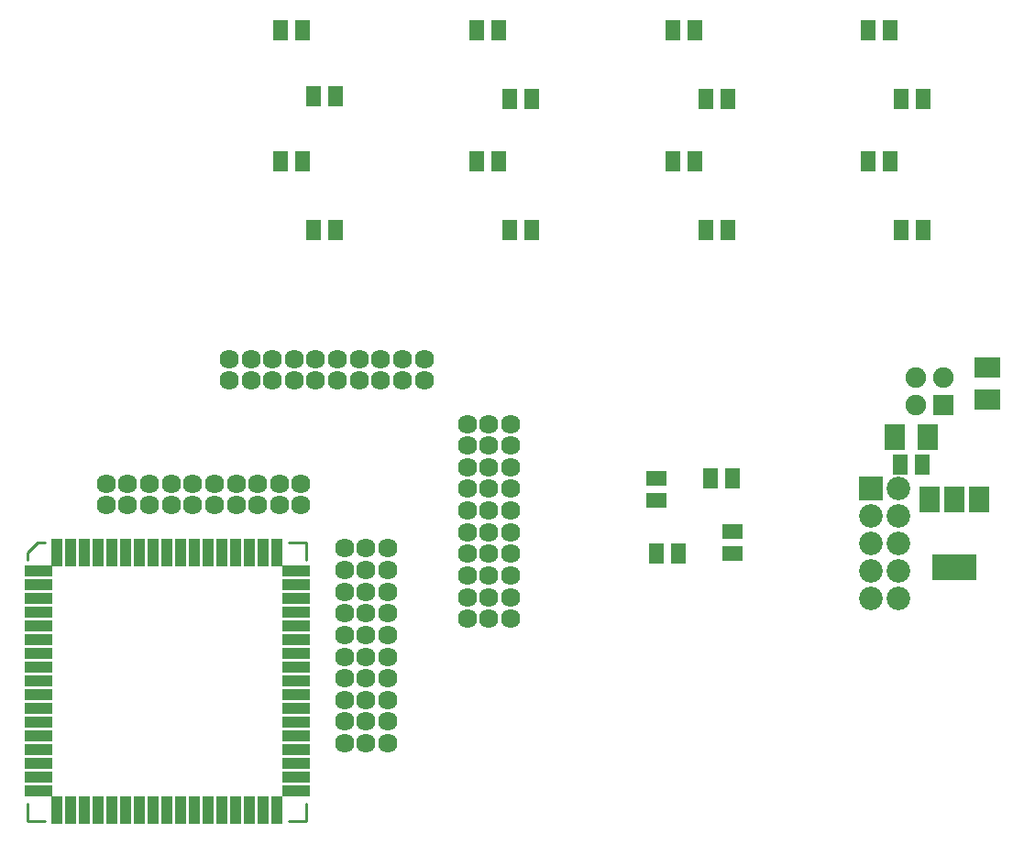
<source format=gbs>
G04*
G04  File:            A600_8MB_2008.GBS, Sun Feb 10 20:54:04 2019*
G04  Source:          P-CAD 2006 PCB, Version 19.02.958, (Z:\home\lvd\d\boards\boards\a600_8mb_2008\release\pcad2006\a600_8mb_2008.pcb)*
G04  Format:          Gerber Format (RS-274-D), ASCII*
G04*
G04  Format Options:  Absolute Positioning*
G04                   Leading-Zero Suppression*
G04                   Scale Factor 1:1*
G04                   NO Circular Interpolation*
G04                   Millimeter Units*
G04                   Numeric Format: 4.4 (XXXX.XXXX)*
G04                   G54 NOT Used for Aperture Change*
G04                   Apertures Embedded*
G04*
G04  File Options:    Offset = (0.000mm,0.000mm)*
G04                   Drill Symbol Size = 2.032mm*
G04                   No Pad/Via Holes*
G04*
G04  File Contents:   Pads*
G04                   No Vias*
G04                   No Designators*
G04                   No Types*
G04                   No Values*
G04                   No Drill Symbols*
G04                   Bot Mask*
G04*
%INA600_8MB_2008.GBS*%
%ICAS*%
%MOMM*%
G04*
G04  Aperture MACROs for general use --- invoked via D-code assignment *
G04*
G04  General MACRO for flashed round with rotation and/or offset hole *
%AMROTOFFROUND*
1,1,$1,0.0000,0.0000*
1,0,$2,$3,$4*%
G04*
G04  General MACRO for flashed oval (obround) with rotation and/or offset hole *
%AMROTOFFOVAL*
21,1,$1,$2,0.0000,0.0000,$3*
1,1,$4,$5,$6*
1,1,$4,0-$5,0-$6*
1,0,$7,$8,$9*%
G04*
G04  General MACRO for flashed oval (obround) with rotation and no hole *
%AMROTOVALNOHOLE*
21,1,$1,$2,0.0000,0.0000,$3*
1,1,$4,$5,$6*
1,1,$4,0-$5,0-$6*%
G04*
G04  General MACRO for flashed rectangle with rotation and/or offset hole *
%AMROTOFFRECT*
21,1,$1,$2,0.0000,0.0000,$3*
1,0,$4,$5,$6*%
G04*
G04  General MACRO for flashed rectangle with rotation and no hole *
%AMROTRECTNOHOLE*
21,1,$1,$2,0.0000,0.0000,$3*%
G04*
G04  General MACRO for flashed rounded-rectangle *
%AMROUNDRECT*
21,1,$1,$2-$4,0.0000,0.0000,$3*
21,1,$1-$4,$2,0.0000,0.0000,$3*
1,1,$4,$5,$6*
1,1,$4,$7,$8*
1,1,$4,0-$5,0-$6*
1,1,$4,0-$7,0-$8*
1,0,$9,$10,$11*%
G04*
G04  General MACRO for flashed rounded-rectangle with rotation and no hole *
%AMROUNDRECTNOHOLE*
21,1,$1,$2-$4,0.0000,0.0000,$3*
21,1,$1-$4,$2,0.0000,0.0000,$3*
1,1,$4,$5,$6*
1,1,$4,$7,$8*
1,1,$4,0-$5,0-$6*
1,1,$4,0-$7,0-$8*%
G04*
G04  General MACRO for flashed regular polygon *
%AMREGPOLY*
5,1,$1,0.0000,0.0000,$2,$3+$4*
1,0,$5,$6,$7*%
G04*
G04  General MACRO for flashed regular polygon with no hole *
%AMREGPOLYNOHOLE*
5,1,$1,0.0000,0.0000,$2,$3+$4*%
G04*
G04  General MACRO for target *
%AMTARGET*
6,0,0,$1,$2,$3,4,$4,$5,$6*%
G04*
G04  General MACRO for mounting hole *
%AMMTHOLE*
1,1,$1,0,0*
1,0,$2,0,0*
$1=$1-$2*
$1=$1/2*
21,1,$2+$1,$3,0,0,$4*
21,1,$3,$2+$1,0,0,$4*%
G04*
G04*
G04  D10 : "Ellipse X0.254mm Y0.254mm H0.000mm 0.0deg (0.000mm,0.000mm) Draw"*
G04  Disc: OuterDia=0.2540*
%ADD10C, 0.2540*%
G04  D11 : "Ellipse X2.540mm Y2.540mm H0.000mm 0.0deg (0.000mm,0.000mm) Draw"*
G04  Disc: OuterDia=2.5400*
%ADD11C, 2.5400*%
G04  D12 : "Ellipse X0.305mm Y0.305mm H0.000mm 0.0deg (0.000mm,0.000mm) Draw"*
G04  Disc: OuterDia=0.3048*
%ADD12C, 0.3048*%
G04  D13 : "Ellipse X0.500mm Y0.500mm H0.000mm 0.0deg (0.000mm,0.000mm) Draw"*
G04  Disc: OuterDia=0.5000*
%ADD13C, 0.5000*%
G04  D14 : "Ellipse X0.508mm Y0.508mm H0.000mm 0.0deg (0.000mm,0.000mm) Draw"*
G04  Disc: OuterDia=0.5080*
%ADD14C, 0.5080*%
G04  D15 : "Ellipse X0.600mm Y0.600mm H0.000mm 0.0deg (0.000mm,0.000mm) Draw"*
G04  Disc: OuterDia=0.6000*
%ADD15C, 0.6000*%
G04  D16 : "Ellipse X0.635mm Y0.635mm H0.000mm 0.0deg (0.000mm,0.000mm) Draw"*
G04  Disc: OuterDia=0.6350*
%ADD16C, 0.6350*%
G04  D17 : "Ellipse X0.650mm Y0.650mm H0.000mm 0.0deg (0.000mm,0.000mm) Draw"*
G04  Disc: OuterDia=0.6500*
%ADD17C, 0.6500*%
G04  D18 : "Ellipse X0.100mm Y0.100mm H0.000mm 0.0deg (0.000mm,0.000mm) Draw"*
G04  Disc: OuterDia=0.1000*
%ADD18C, 0.1000*%
G04  D19 : "Ellipse X1.000mm Y1.000mm H0.000mm 0.0deg (0.000mm,0.000mm) Draw"*
G04  Disc: OuterDia=1.0000*
%ADD19C, 1.0000*%
G04  D20 : "Ellipse X0.102mm Y0.102mm H0.000mm 0.0deg (0.000mm,0.000mm) Draw"*
G04  Disc: OuterDia=0.1016*
%ADD20C, 0.1016*%
G04  D21 : "Ellipse X0.127mm Y0.127mm H0.000mm 0.0deg (0.000mm,0.000mm) Draw"*
G04  Disc: OuterDia=0.1270*
%ADD21C, 0.1270*%
G04  D22 : "Ellipse X0.150mm Y0.150mm H0.000mm 0.0deg (0.000mm,0.000mm) Draw"*
G04  Disc: OuterDia=0.1500*
%ADD22C, 0.1500*%
G04  D23 : "Ellipse X1.270mm Y1.270mm H0.000mm 0.0deg (0.000mm,0.000mm) Draw"*
G04  Disc: OuterDia=1.2700*
%ADD23C, 1.2700*%
G04  D24 : "Ellipse X1.500mm Y1.500mm H0.000mm 0.0deg (0.000mm,0.000mm) Draw"*
G04  Disc: OuterDia=1.5000*
%ADD24C, 1.5000*%
G04  D25 : "Ellipse X0.200mm Y0.200mm H0.000mm 0.0deg (0.000mm,0.000mm) Draw"*
G04  Disc: OuterDia=0.2000*
%ADD25C, 0.2000*%
G04  D26 : "Ellipse X0.250mm Y0.250mm H0.000mm 0.0deg (0.000mm,0.000mm) Draw"*
G04  Disc: OuterDia=0.2500*
%ADD26C, 0.2500*%
G04  D27 : "Ellipse X0.250mm Y0.250mm H0.000mm 0.0deg (0.000mm,0.000mm) Draw"*
G04  Disc: OuterDia=0.2500*
%ADD27C, 0.2500*%
G04  D28 : "Ellipse X2.300mm Y2.300mm H0.000mm 0.0deg (0.000mm,0.000mm) Draw"*
G04  Disc: OuterDia=2.3000*
%ADD28C, 2.3000*%
G04  D29 : "Ellipse X1.400mm Y1.400mm H0.000mm 0.0deg (0.000mm,0.000mm) Flash"*
G04  Disc: OuterDia=1.4000*
%ADD29C, 1.4000*%
G04  D30 : "Ellipse X1.524mm Y1.524mm H0.000mm 0.0deg (0.000mm,0.000mm) Flash"*
G04  Disc: OuterDia=1.5240*
%ADD30C, 1.5240*%
G04  D31 : "Ellipse X1.781mm Y1.781mm H0.000mm 0.0deg (0.000mm,0.000mm) Flash"*
G04  Disc: OuterDia=1.7810*
%ADD31C, 1.7810*%
G04  D32 : "Ellipse X1.800mm Y1.800mm H0.000mm 0.0deg (0.000mm,0.000mm) Flash"*
G04  Disc: OuterDia=1.8000*
%ADD32C, 1.8000*%
G04  D33 : "Ellipse X1.905mm Y1.905mm H0.000mm 0.0deg (0.000mm,0.000mm) Flash"*
G04  Disc: OuterDia=1.9050*
%ADD33C, 1.9050*%
G04  D34 : "Ellipse X2.181mm Y2.181mm H0.000mm 0.0deg (0.000mm,0.000mm) Flash"*
G04  Disc: OuterDia=2.1810*
%ADD34C, 2.1810*%
G04  D35 : "Rectangle X2.581mm Y1.031mm H0.000mm 0.0deg (0.000mm,0.000mm) Flash"*
G04  Rectangular: DimX=2.5810, DimY=1.0310, Rotation=0.0, OffsetX=0.0000, OffsetY=0.0000, HoleDia=0.0000 *
%ADD35R, 2.5810 X1.0310*%
G04  D36 : "Rectangle X1.031mm Y2.581mm H0.000mm 0.0deg (0.000mm,0.000mm) Flash"*
G04  Rectangular: DimX=1.0310, DimY=2.5810, Rotation=0.0, OffsetX=0.0000, OffsetY=0.0000, HoleDia=0.0000 *
%ADD36R, 1.0310 X2.5810*%
G04  D37 : "Rectangle X3.800mm Y2.000mm H0.000mm 0.0deg (0.000mm,0.000mm) Flash"*
G04  Rectangular: DimX=3.8000, DimY=2.0000, Rotation=0.0, OffsetX=0.0000, OffsetY=0.0000, HoleDia=0.0000 *
%ADD37R, 3.8000 X2.0000*%
G04  D38 : "Rectangle X4.181mm Y2.381mm H0.000mm 0.0deg (0.000mm,0.000mm) Flash"*
G04  Rectangular: DimX=4.1810, DimY=2.3810, Rotation=0.0, OffsetX=0.0000, OffsetY=0.0000, HoleDia=0.0000 *
%ADD38R, 4.1810 X2.3810*%
G04  D39 : "Rectangle X1.016mm Y1.524mm H0.000mm 0.0deg (0.000mm,0.000mm) Flash"*
G04  Rectangular: DimX=1.0160, DimY=1.5240, Rotation=0.0, OffsetX=0.0000, OffsetY=0.0000, HoleDia=0.0000 *
%ADD39R, 1.0160 X1.5240*%
G04  D40 : "Rectangle X1.524mm Y1.016mm H0.000mm 0.0deg (0.000mm,0.000mm) Flash"*
G04  Rectangular: DimX=1.5240, DimY=1.0160, Rotation=0.0, OffsetX=0.0000, OffsetY=0.0000, HoleDia=0.0000 *
%ADD40R, 1.5240 X1.0160*%
G04  D41 : "Rectangle X1.397mm Y1.905mm H0.000mm 0.0deg (0.000mm,0.000mm) Flash"*
G04  Rectangular: DimX=1.3970, DimY=1.9050, Rotation=0.0, OffsetX=0.0000, OffsetY=0.0000, HoleDia=0.0000 *
%ADD41R, 1.3970 X1.9050*%
G04  D42 : "Rectangle X1.905mm Y1.397mm H0.000mm 0.0deg (0.000mm,0.000mm) Flash"*
G04  Rectangular: DimX=1.9050, DimY=1.3970, Rotation=0.0, OffsetX=0.0000, OffsetY=0.0000, HoleDia=0.0000 *
%ADD42R, 1.9050 X1.3970*%
G04  D43 : "Rectangle X1.500mm Y2.000mm H0.000mm 0.0deg (0.000mm,0.000mm) Flash"*
G04  Rectangular: DimX=1.5000, DimY=2.0000, Rotation=0.0, OffsetX=0.0000, OffsetY=0.0000, HoleDia=0.0000 *
%ADD43R, 1.5000 X2.0000*%
G04  D44 : "Rectangle X2.000mm Y1.500mm H0.000mm 0.0deg (0.000mm,0.000mm) Flash"*
G04  Rectangular: DimX=2.0000, DimY=1.5000, Rotation=0.0, OffsetX=0.0000, OffsetY=0.0000, HoleDia=0.0000 *
%ADD44R, 2.0000 X1.5000*%
G04  D45 : "Rectangle X1.524mm Y1.524mm H0.000mm 0.0deg (0.000mm,0.000mm) Flash"*
G04  Square: Side=1.5240, Rotation=0.0, OffsetX=0.0000, OffsetY=0.0000, HoleDia=0.0000*
%ADD45R, 1.5240 X1.5240*%
G04  D46 : "Rectangle X1.800mm Y1.800mm H0.000mm 0.0deg (0.000mm,0.000mm) Flash"*
G04  Square: Side=1.8000, Rotation=0.0, OffsetX=0.0000, OffsetY=0.0000, HoleDia=0.0000*
%ADD46R, 1.8000 X1.8000*%
G04  D47 : "Rectangle X1.881mm Y2.381mm H0.000mm 0.0deg (0.000mm,0.000mm) Flash"*
G04  Rectangular: DimX=1.8810, DimY=2.3810, Rotation=0.0, OffsetX=0.0000, OffsetY=0.0000, HoleDia=0.0000 *
%ADD47R, 1.8810 X2.3810*%
G04  D48 : "Rectangle X2.381mm Y1.881mm H0.000mm 0.0deg (0.000mm,0.000mm) Flash"*
G04  Rectangular: DimX=2.3810, DimY=1.8810, Rotation=0.0, OffsetX=0.0000, OffsetY=0.0000, HoleDia=0.0000 *
%ADD48R, 2.3810 X1.8810*%
G04  D49 : "Rectangle X1.905mm Y1.905mm H0.000mm 0.0deg (0.000mm,0.000mm) Flash"*
G04  Square: Side=1.9050, Rotation=0.0, OffsetX=0.0000, OffsetY=0.0000, HoleDia=0.0000*
%ADD49R, 1.9050 X1.9050*%
G04  D50 : "Rectangle X2.000mm Y0.300mm H0.000mm 0.0deg (0.000mm,0.000mm) Flash"*
G04  Rectangular: DimX=2.0000, DimY=0.3000, Rotation=0.0, OffsetX=0.0000, OffsetY=0.0000, HoleDia=0.0000 *
%ADD50R, 2.0000 X0.3000*%
G04  D51 : "Rectangle X0.300mm Y2.000mm H0.000mm 0.0deg (0.000mm,0.000mm) Flash"*
G04  Rectangular: DimX=0.3000, DimY=2.0000, Rotation=0.0, OffsetX=0.0000, OffsetY=0.0000, HoleDia=0.0000 *
%ADD51R, 0.3000 X2.0000*%
G04  D52 : "Rectangle X2.032mm Y0.660mm H0.000mm 0.0deg (0.000mm,0.000mm) Flash"*
G04  Rectangular: DimX=2.0320, DimY=0.6604, Rotation=0.0, OffsetX=0.0000, OffsetY=0.0000, HoleDia=0.0000 *
%ADD52R, 2.0320 X0.6604*%
G04  D53 : "Rectangle X2.181mm Y2.181mm H0.000mm 0.0deg (0.000mm,0.000mm) Flash"*
G04  Square: Side=2.1810, Rotation=0.0, OffsetX=0.0000, OffsetY=0.0000, HoleDia=0.0000*
%ADD53R, 2.1810 X2.1810*%
G04  D54 : "Rectangle X2.200mm Y0.650mm H0.000mm 0.0deg (0.000mm,0.000mm) Flash"*
G04  Rectangular: DimX=2.2000, DimY=0.6500, Rotation=0.0, OffsetX=0.0000, OffsetY=0.0000, HoleDia=0.0000 *
%ADD54R, 2.2000 X0.6500*%
G04  D55 : "Rectangle X0.650mm Y2.200mm H0.000mm 0.0deg (0.000mm,0.000mm) Flash"*
G04  Rectangular: DimX=0.6500, DimY=2.2000, Rotation=0.0, OffsetX=0.0000, OffsetY=0.0000, HoleDia=0.0000 *
%ADD55R, 0.6500 X2.2000*%
G04  D56 : "Rectangle X2.381mm Y0.681mm H0.000mm 0.0deg (0.000mm,0.000mm) Flash"*
G04  Rectangular: DimX=2.3810, DimY=0.6810, Rotation=0.0, OffsetX=0.0000, OffsetY=0.0000, HoleDia=0.0000 *
%ADD56R, 2.3810 X0.6810*%
G04  D57 : "Rectangle X0.681mm Y2.381mm H0.000mm 0.0deg (0.000mm,0.000mm) Flash"*
G04  Rectangular: DimX=0.6810, DimY=2.3810, Rotation=0.0, OffsetX=0.0000, OffsetY=0.0000, HoleDia=0.0000 *
%ADD57R, 0.6810 X2.3810*%
G04  D58 : "Rectangle X2.413mm Y1.041mm H0.000mm 0.0deg (0.000mm,0.000mm) Flash"*
G04  Rectangular: DimX=2.4130, DimY=1.0414, Rotation=0.0, OffsetX=0.0000, OffsetY=0.0000, HoleDia=0.0000 *
%ADD58R, 2.4130 X1.0414*%
G04  D59 : "Ellipse X1.000mm Y1.000mm H0.000mm 0.0deg (0.000mm,0.000mm) Flash"*
G04  Disc: OuterDia=1.0000*
%ADD59C, 1.0000*%
G04  D60 : "Ellipse X1.381mm Y1.381mm H0.000mm 0.0deg (0.000mm,0.000mm) Flash"*
G04  Disc: OuterDia=1.3810*
%ADD60C, 1.3810*%
G04*
%FSLAX44Y44*%
%SFA1B1*%
%OFA0.000B0.000*%
G04*
G71*
G90*
G01*
D2*
%LNBot Mask*%
%LPD*%
D10*
X483950Y419150*
Y403275D1*
X499825*
X483950Y644575D2*
Y650925D1*
X493475Y660450*
X499825*
X725250Y403275D2*
X741125D1*
Y419150*
X725250Y660450D2*
X741125D1*
Y644575*
D2*
D41*
X949325Y949325D3*
X929005D3*
X717550Y1133475D3*
X737870D3*
X717550Y1012825D3*
X737870D3*
X949325Y1069975D3*
X929005D3*
X1079500Y1133475D3*
X1099820D3*
X1079500Y1012825D3*
X1099820D3*
X1260475Y1133475D3*
X1280795D3*
X1260475Y1012825D3*
X1280795D3*
D31*
X796500Y655000D3*
Y635000D3*
Y615000D3*
Y575000D3*
Y555000D3*
Y535000D3*
Y495000D3*
Y475000D3*
Y595000D3*
Y515000D3*
X776500Y655000D3*
Y635000D3*
Y615000D3*
Y575000D3*
Y555000D3*
Y535000D3*
Y495000D3*
Y475000D3*
Y595000D3*
Y515000D3*
X816500Y655000D3*
Y635000D3*
Y615000D3*
Y575000D3*
Y555000D3*
Y535000D3*
Y495000D3*
Y475000D3*
Y595000D3*
Y515000D3*
X890000Y770000D3*
Y750000D3*
Y730000D3*
Y690000D3*
Y670000D3*
Y650000D3*
Y610000D3*
Y590000D3*
Y710000D3*
Y630000D3*
X930000Y770000D3*
Y750000D3*
Y730000D3*
Y690000D3*
Y670000D3*
Y650000D3*
Y610000D3*
Y590000D3*
Y710000D3*
Y630000D3*
X670000Y810000D3*
X690000D3*
X710000D3*
X750000D3*
X770000D3*
X790000D3*
X830000D3*
X850000D3*
X730000D3*
X810000D3*
D41*
X768350Y949325D3*
X748030D3*
D42*
X1135000Y650000D3*
Y670320D3*
D41*
X1065000Y650000D3*
X1085320D3*
X1135000Y720000D3*
X1114680D3*
D42*
X1065000D3*
Y699680D3*
D41*
X1130300Y949325D3*
X1109980D3*
X1310000Y732500D3*
X1289680D3*
D48*
X1370000Y792500D3*
Y822500D3*
D41*
X1311275Y949325D3*
X1290955D3*
D31*
X670000Y830000D3*
X690000D3*
X710000D3*
X750000D3*
X770000D3*
X790000D3*
X830000D3*
X850000D3*
X730000D3*
X810000D3*
D41*
X768350Y1073150D3*
X748030D3*
X898525Y1133475D3*
X918845D3*
X898525Y1012825D3*
X918845D3*
X1130300Y1069975D3*
X1109980D3*
D49*
X1330000Y787500D3*
D33*
X1304600D3*
Y812900D3*
X1330000D3*
D47*
X1315000Y757500D3*
X1285000D3*
D41*
X1311275Y1069975D3*
X1290955D3*
D31*
X910000Y770000D3*
Y750000D3*
Y730000D3*
Y690000D3*
Y670000D3*
Y650000D3*
Y610000D3*
Y590000D3*
Y710000D3*
Y630000D3*
D47*
X1317000Y700500D3*
X1363000D3*
X1340000D3*
D38*
Y637500D3*
D31*
X556500Y715000D3*
X576500D3*
X596500D3*
X636500D3*
X656500D3*
X676500D3*
X716500D3*
X736500D3*
X616500D3*
X696500D3*
X556500Y695000D3*
X576500D3*
X596500D3*
X636500D3*
X656500D3*
X676500D3*
X716500D3*
X736500D3*
X616500D3*
X696500D3*
D53*
X1262500Y710000D3*
D34*
X1287900D3*
Y684600D3*
X1262500D3*
X1287900Y659200D3*
X1262500D3*
X1287900Y633800D3*
X1262500D3*
Y608400D3*
X1287900D3*
D35*
X731850Y621250D3*
Y633950D3*
D36*
X714450Y651350D3*
X701750D3*
X689050D3*
X612850D3*
X663650D3*
X650950D3*
X638250D3*
X625550D3*
X587450D3*
X574750D3*
X562050D3*
X549350D3*
X536650D3*
X511250D3*
D35*
X493850Y633950D3*
Y621250D3*
X731850Y545050D3*
Y557750D3*
Y570450D3*
Y583150D3*
Y595850D3*
X493850D3*
Y583150D3*
Y570450D3*
Y557750D3*
Y545050D3*
X731850Y468850D3*
Y481550D3*
Y494250D3*
Y506950D3*
Y519650D3*
X493850D3*
Y506950D3*
Y494250D3*
Y481550D3*
Y468850D3*
D36*
X689050Y413350D3*
X701750D3*
X714450D3*
D35*
X731850Y430750D3*
Y443450D3*
D36*
X612850Y413350D3*
X625550D3*
X638250D3*
X650950D3*
X663650D3*
X536650D3*
X549350D3*
X562050D3*
X574750D3*
X587450D3*
D35*
X493850Y443450D3*
Y430750D3*
D36*
X511250Y413350D3*
X600150Y651350D3*
X676350D3*
X523950D3*
X600150Y413350D3*
X676350D3*
X523950D3*
D35*
X731850Y532350D3*
Y608550D3*
X493850D3*
Y532350D3*
X731850Y456150D3*
X493850D3*
D02M02*

</source>
